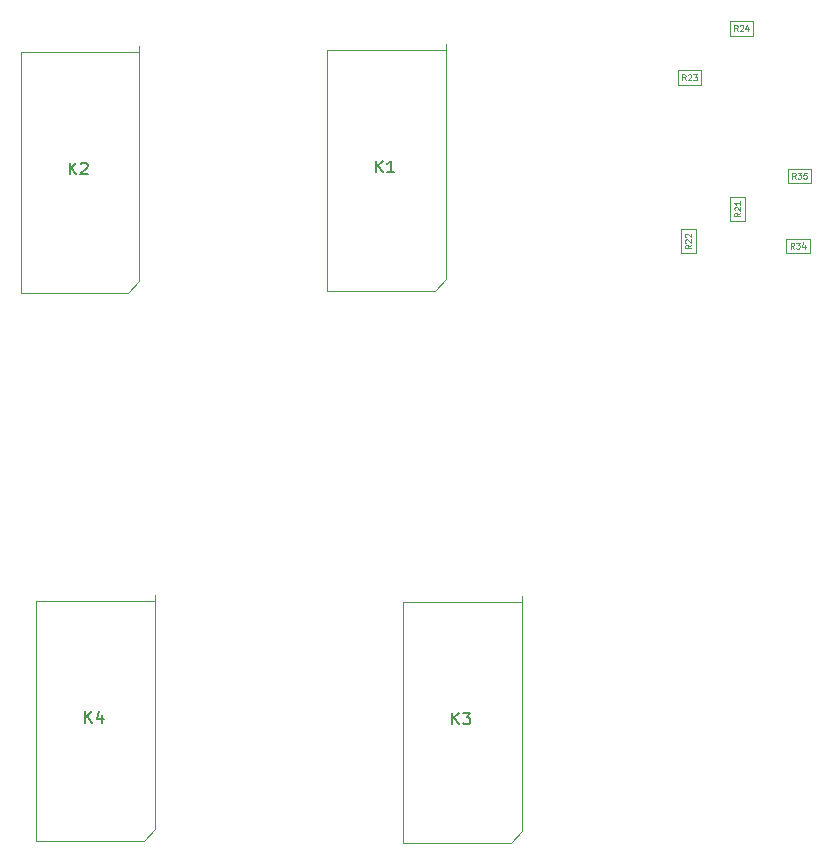
<source format=gbr>
G04 #@! TF.FileFunction,Other,Fab,Top*
%FSLAX46Y46*%
G04 Gerber Fmt 4.6, Leading zero omitted, Abs format (unit mm)*
G04 Created by KiCad (PCBNEW 4.0.7-e2-6376~61~ubuntu18.04.1) date Mon Nov 26 09:53:19 2018*
%MOMM*%
%LPD*%
G01*
G04 APERTURE LIST*
%ADD10C,0.100000*%
%ADD11C,0.120000*%
%ADD12C,0.150000*%
%ADD13C,0.075000*%
G04 APERTURE END LIST*
D10*
D11*
X200434820Y-74683060D02*
X199524820Y-75693060D01*
X190394820Y-75693060D02*
X199524820Y-75693060D01*
X200434820Y-74683060D02*
X200434820Y-54803060D01*
X200434820Y-55313060D02*
X190394820Y-55313060D01*
X190394820Y-55313060D02*
X190394820Y-75693060D01*
X201768240Y-121129500D02*
X200858240Y-122139500D01*
X191728240Y-122139500D02*
X200858240Y-122139500D01*
X201768240Y-121129500D02*
X201768240Y-101249500D01*
X201768240Y-101759500D02*
X191728240Y-101759500D01*
X191728240Y-101759500D02*
X191728240Y-122139500D01*
X232855340Y-121241260D02*
X231945340Y-122251260D01*
X222815340Y-122251260D02*
X231945340Y-122251260D01*
X232855340Y-121241260D02*
X232855340Y-101361260D01*
X232855340Y-101871260D02*
X222815340Y-101871260D01*
X222815340Y-101871260D02*
X222815340Y-122251260D01*
X226391000Y-74507000D02*
X225481000Y-75517000D01*
X216351000Y-75517000D02*
X225481000Y-75517000D01*
X226391000Y-74507000D02*
X226391000Y-54627000D01*
X226391000Y-55137000D02*
X216351000Y-55137000D01*
X216351000Y-55137000D02*
X216351000Y-75517000D01*
D10*
X250490000Y-67580000D02*
X251730000Y-67580000D01*
X250490000Y-69580000D02*
X250490000Y-67580000D01*
X251730000Y-69580000D02*
X250490000Y-69580000D01*
X251730000Y-67580000D02*
X251730000Y-69580000D01*
X246310000Y-70330000D02*
X247550000Y-70330000D01*
X246310000Y-72330000D02*
X246310000Y-70330000D01*
X247550000Y-72330000D02*
X246310000Y-72330000D01*
X247550000Y-70330000D02*
X247550000Y-72330000D01*
X250425000Y-53920000D02*
X250425000Y-52680000D01*
X252425000Y-53920000D02*
X250425000Y-53920000D01*
X252425000Y-52680000D02*
X252425000Y-53920000D01*
X250425000Y-52680000D02*
X252425000Y-52680000D01*
X246025000Y-58095000D02*
X246025000Y-56855000D01*
X248025000Y-58095000D02*
X246025000Y-58095000D01*
X248025000Y-56855000D02*
X248025000Y-58095000D01*
X246025000Y-56855000D02*
X248025000Y-56855000D01*
X257210000Y-71100000D02*
X257210000Y-72340000D01*
X255210000Y-71100000D02*
X257210000Y-71100000D01*
X255210000Y-72340000D02*
X255210000Y-71100000D01*
X257210000Y-72340000D02*
X255210000Y-72340000D01*
X257340000Y-65180000D02*
X257340000Y-66420000D01*
X255340000Y-65180000D02*
X257340000Y-65180000D01*
X255340000Y-66420000D02*
X255340000Y-65180000D01*
X257340000Y-66420000D02*
X255340000Y-66420000D01*
D12*
X194546725Y-65675441D02*
X194546725Y-64675441D01*
X195118154Y-65675441D02*
X194689582Y-65104012D01*
X195118154Y-64675441D02*
X194546725Y-65246870D01*
X195499106Y-64770679D02*
X195546725Y-64723060D01*
X195641963Y-64675441D01*
X195880059Y-64675441D01*
X195975297Y-64723060D01*
X196022916Y-64770679D01*
X196070535Y-64865917D01*
X196070535Y-64961155D01*
X196022916Y-65104012D01*
X195451487Y-65675441D01*
X196070535Y-65675441D01*
X195880145Y-112121881D02*
X195880145Y-111121881D01*
X196451574Y-112121881D02*
X196023002Y-111550452D01*
X196451574Y-111121881D02*
X195880145Y-111693310D01*
X197308717Y-111455214D02*
X197308717Y-112121881D01*
X197070621Y-111074262D02*
X196832526Y-111788548D01*
X197451574Y-111788548D01*
X226967245Y-112233641D02*
X226967245Y-111233641D01*
X227538674Y-112233641D02*
X227110102Y-111662212D01*
X227538674Y-111233641D02*
X226967245Y-111805070D01*
X227872007Y-111233641D02*
X228491055Y-111233641D01*
X228157721Y-111614593D01*
X228300579Y-111614593D01*
X228395817Y-111662212D01*
X228443436Y-111709831D01*
X228491055Y-111805070D01*
X228491055Y-112043165D01*
X228443436Y-112138403D01*
X228395817Y-112186022D01*
X228300579Y-112233641D01*
X228014864Y-112233641D01*
X227919626Y-112186022D01*
X227872007Y-112138403D01*
X220502905Y-65499381D02*
X220502905Y-64499381D01*
X221074334Y-65499381D02*
X220645762Y-64927952D01*
X221074334Y-64499381D02*
X220502905Y-65070810D01*
X222026715Y-65499381D02*
X221455286Y-65499381D01*
X221741000Y-65499381D02*
X221741000Y-64499381D01*
X221645762Y-64642238D01*
X221550524Y-64737476D01*
X221455286Y-64785095D01*
D13*
X251336190Y-68901428D02*
X251098095Y-69068095D01*
X251336190Y-69187142D02*
X250836190Y-69187142D01*
X250836190Y-68996666D01*
X250860000Y-68949047D01*
X250883810Y-68925238D01*
X250931429Y-68901428D01*
X251002857Y-68901428D01*
X251050476Y-68925238D01*
X251074286Y-68949047D01*
X251098095Y-68996666D01*
X251098095Y-69187142D01*
X250883810Y-68710952D02*
X250860000Y-68687142D01*
X250836190Y-68639523D01*
X250836190Y-68520476D01*
X250860000Y-68472857D01*
X250883810Y-68449047D01*
X250931429Y-68425238D01*
X250979048Y-68425238D01*
X251050476Y-68449047D01*
X251336190Y-68734761D01*
X251336190Y-68425238D01*
X251336190Y-67949048D02*
X251336190Y-68234762D01*
X251336190Y-68091905D02*
X250836190Y-68091905D01*
X250907619Y-68139524D01*
X250955238Y-68187143D01*
X250979048Y-68234762D01*
X247156190Y-71651428D02*
X246918095Y-71818095D01*
X247156190Y-71937142D02*
X246656190Y-71937142D01*
X246656190Y-71746666D01*
X246680000Y-71699047D01*
X246703810Y-71675238D01*
X246751429Y-71651428D01*
X246822857Y-71651428D01*
X246870476Y-71675238D01*
X246894286Y-71699047D01*
X246918095Y-71746666D01*
X246918095Y-71937142D01*
X246703810Y-71460952D02*
X246680000Y-71437142D01*
X246656190Y-71389523D01*
X246656190Y-71270476D01*
X246680000Y-71222857D01*
X246703810Y-71199047D01*
X246751429Y-71175238D01*
X246799048Y-71175238D01*
X246870476Y-71199047D01*
X247156190Y-71484761D01*
X247156190Y-71175238D01*
X246703810Y-70984762D02*
X246680000Y-70960952D01*
X246656190Y-70913333D01*
X246656190Y-70794286D01*
X246680000Y-70746667D01*
X246703810Y-70722857D01*
X246751429Y-70699048D01*
X246799048Y-70699048D01*
X246870476Y-70722857D01*
X247156190Y-71008571D01*
X247156190Y-70699048D01*
X251103572Y-53526190D02*
X250936905Y-53288095D01*
X250817858Y-53526190D02*
X250817858Y-53026190D01*
X251008334Y-53026190D01*
X251055953Y-53050000D01*
X251079762Y-53073810D01*
X251103572Y-53121429D01*
X251103572Y-53192857D01*
X251079762Y-53240476D01*
X251055953Y-53264286D01*
X251008334Y-53288095D01*
X250817858Y-53288095D01*
X251294048Y-53073810D02*
X251317858Y-53050000D01*
X251365477Y-53026190D01*
X251484524Y-53026190D01*
X251532143Y-53050000D01*
X251555953Y-53073810D01*
X251579762Y-53121429D01*
X251579762Y-53169048D01*
X251555953Y-53240476D01*
X251270239Y-53526190D01*
X251579762Y-53526190D01*
X252008333Y-53192857D02*
X252008333Y-53526190D01*
X251889286Y-53002381D02*
X251770238Y-53359524D01*
X252079762Y-53359524D01*
X246703572Y-57701190D02*
X246536905Y-57463095D01*
X246417858Y-57701190D02*
X246417858Y-57201190D01*
X246608334Y-57201190D01*
X246655953Y-57225000D01*
X246679762Y-57248810D01*
X246703572Y-57296429D01*
X246703572Y-57367857D01*
X246679762Y-57415476D01*
X246655953Y-57439286D01*
X246608334Y-57463095D01*
X246417858Y-57463095D01*
X246894048Y-57248810D02*
X246917858Y-57225000D01*
X246965477Y-57201190D01*
X247084524Y-57201190D01*
X247132143Y-57225000D01*
X247155953Y-57248810D01*
X247179762Y-57296429D01*
X247179762Y-57344048D01*
X247155953Y-57415476D01*
X246870239Y-57701190D01*
X247179762Y-57701190D01*
X247346429Y-57201190D02*
X247655952Y-57201190D01*
X247489286Y-57391667D01*
X247560714Y-57391667D01*
X247608333Y-57415476D01*
X247632143Y-57439286D01*
X247655952Y-57486905D01*
X247655952Y-57605952D01*
X247632143Y-57653571D01*
X247608333Y-57677381D01*
X247560714Y-57701190D01*
X247417857Y-57701190D01*
X247370238Y-57677381D01*
X247346429Y-57653571D01*
X255888572Y-71946190D02*
X255721905Y-71708095D01*
X255602858Y-71946190D02*
X255602858Y-71446190D01*
X255793334Y-71446190D01*
X255840953Y-71470000D01*
X255864762Y-71493810D01*
X255888572Y-71541429D01*
X255888572Y-71612857D01*
X255864762Y-71660476D01*
X255840953Y-71684286D01*
X255793334Y-71708095D01*
X255602858Y-71708095D01*
X256055239Y-71446190D02*
X256364762Y-71446190D01*
X256198096Y-71636667D01*
X256269524Y-71636667D01*
X256317143Y-71660476D01*
X256340953Y-71684286D01*
X256364762Y-71731905D01*
X256364762Y-71850952D01*
X256340953Y-71898571D01*
X256317143Y-71922381D01*
X256269524Y-71946190D01*
X256126667Y-71946190D01*
X256079048Y-71922381D01*
X256055239Y-71898571D01*
X256793333Y-71612857D02*
X256793333Y-71946190D01*
X256674286Y-71422381D02*
X256555238Y-71779524D01*
X256864762Y-71779524D01*
X256018572Y-66026190D02*
X255851905Y-65788095D01*
X255732858Y-66026190D02*
X255732858Y-65526190D01*
X255923334Y-65526190D01*
X255970953Y-65550000D01*
X255994762Y-65573810D01*
X256018572Y-65621429D01*
X256018572Y-65692857D01*
X255994762Y-65740476D01*
X255970953Y-65764286D01*
X255923334Y-65788095D01*
X255732858Y-65788095D01*
X256185239Y-65526190D02*
X256494762Y-65526190D01*
X256328096Y-65716667D01*
X256399524Y-65716667D01*
X256447143Y-65740476D01*
X256470953Y-65764286D01*
X256494762Y-65811905D01*
X256494762Y-65930952D01*
X256470953Y-65978571D01*
X256447143Y-66002381D01*
X256399524Y-66026190D01*
X256256667Y-66026190D01*
X256209048Y-66002381D01*
X256185239Y-65978571D01*
X256947143Y-65526190D02*
X256709048Y-65526190D01*
X256685238Y-65764286D01*
X256709048Y-65740476D01*
X256756667Y-65716667D01*
X256875714Y-65716667D01*
X256923333Y-65740476D01*
X256947143Y-65764286D01*
X256970952Y-65811905D01*
X256970952Y-65930952D01*
X256947143Y-65978571D01*
X256923333Y-66002381D01*
X256875714Y-66026190D01*
X256756667Y-66026190D01*
X256709048Y-66002381D01*
X256685238Y-65978571D01*
M02*

</source>
